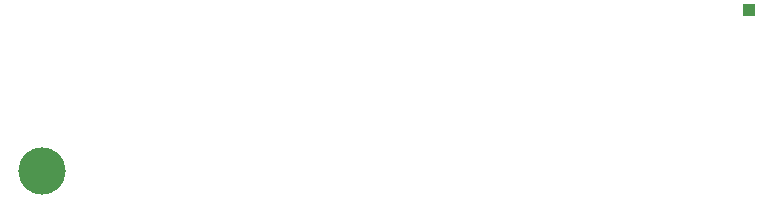
<source format=gbr>
%TF.GenerationSoftware,KiCad,Pcbnew,(6.0.6)*%
%TF.CreationDate,2022-09-17T20:01:25-04:00*%
%TF.ProjectId,Volta_Needle,566f6c74-615f-44e6-9565-646c652e6b69,rev?*%
%TF.SameCoordinates,Original*%
%TF.FileFunction,Soldermask,Top*%
%TF.FilePolarity,Negative*%
%FSLAX46Y46*%
G04 Gerber Fmt 4.6, Leading zero omitted, Abs format (unit mm)*
G04 Created by KiCad (PCBNEW (6.0.6)) date 2022-09-17 20:01:25*
%MOMM*%
%LPD*%
G01*
G04 APERTURE LIST*
%ADD10C,4.000000*%
%ADD11R,1.000000X1.000000*%
G04 APERTURE END LIST*
D10*
%TO.C,J2*%
X150360000Y-91560000D03*
%TD*%
%TO.C,J2*%
X150360000Y-91560000D03*
%TD*%
D11*
%TO.C,J1*%
X210252049Y-78002299D03*
%TD*%
%TO.C,J1*%
X210250000Y-78000000D03*
%TD*%
M02*

</source>
